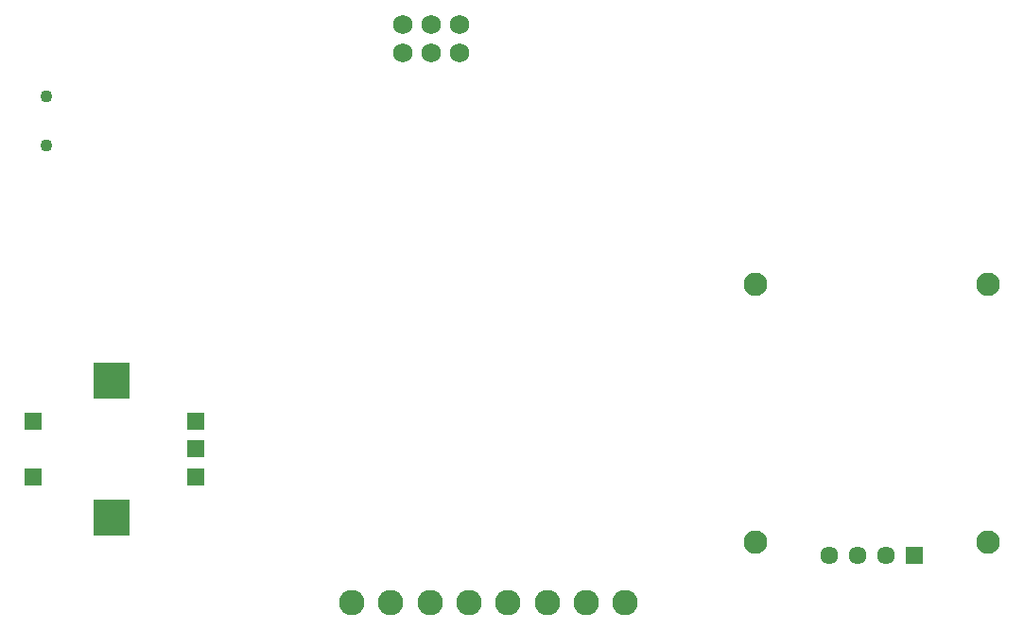
<source format=gbr>
G04 EAGLE Gerber RS-274X export*
G75*
%MOMM*%
%FSLAX34Y34*%
%LPD*%
%INSoldermask Bottom*%
%IPPOS*%
%AMOC8*
5,1,8,0,0,1.08239X$1,22.5*%
G01*
%ADD10C,1.101600*%
%ADD11C,1.727200*%
%ADD12C,2.286000*%
%ADD13R,1.609600X1.609600*%
%ADD14R,3.317600X3.317600*%
%ADD15C,1.609600*%
%ADD16C,2.101600*%


D10*
X35400Y745900D03*
X35400Y701900D03*
D11*
X380247Y809635D03*
X380247Y784235D03*
X405647Y784235D03*
X405647Y809635D03*
X354847Y809635D03*
X354847Y784235D03*
D12*
X414300Y292100D03*
X449300Y292100D03*
X484300Y292100D03*
X519300Y292100D03*
X554300Y292100D03*
X379300Y292100D03*
X344300Y292100D03*
X309300Y292100D03*
D13*
X169213Y404388D03*
X169213Y429388D03*
X169213Y454388D03*
X24213Y404388D03*
X24213Y454388D03*
D14*
X94213Y368388D03*
X94213Y490388D03*
D13*
X812800Y334300D03*
D15*
X787400Y334300D03*
X762000Y334300D03*
X736600Y334300D03*
D16*
X878840Y345730D03*
X670560Y345730D03*
X670560Y576870D03*
X878840Y576870D03*
M02*

</source>
